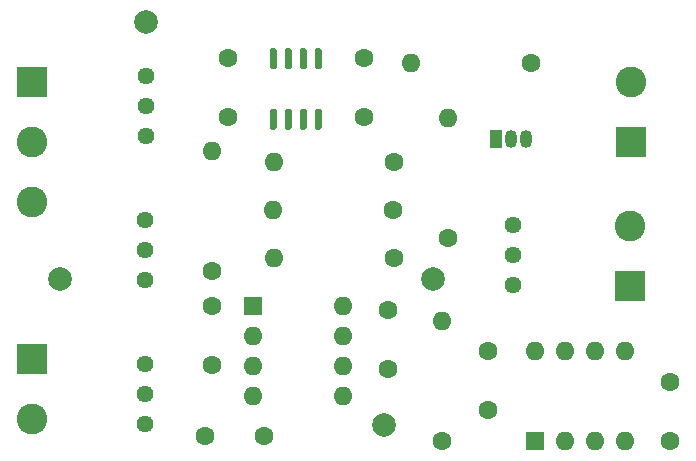
<source format=gbr>
%TF.GenerationSoftware,KiCad,Pcbnew,5.1.10-88a1d61d58~90~ubuntu20.04.1*%
%TF.CreationDate,2021-08-07T20:04:28-04:00*%
%TF.ProjectId,VoltageControlledPWM,566f6c74-6167-4654-936f-6e74726f6c6c,V1.0*%
%TF.SameCoordinates,Original*%
%TF.FileFunction,Soldermask,Top*%
%TF.FilePolarity,Negative*%
%FSLAX46Y46*%
G04 Gerber Fmt 4.6, Leading zero omitted, Abs format (unit mm)*
G04 Created by KiCad (PCBNEW 5.1.10-88a1d61d58~90~ubuntu20.04.1) date 2021-08-07 20:04:28*
%MOMM*%
%LPD*%
G01*
G04 APERTURE LIST*
%ADD10C,2.000000*%
%ADD11C,1.440000*%
%ADD12C,1.600000*%
%ADD13R,2.600000X2.600000*%
%ADD14C,2.600000*%
%ADD15O,1.050000X1.500000*%
%ADD16R,1.050000X1.500000*%
%ADD17O,1.600000X1.600000*%
%ADD18R,1.600000X1.600000*%
G04 APERTURE END LIST*
D10*
%TO.C,TP0*%
X101193600Y-103581200D03*
%TD*%
%TO.C,TP3*%
X132842000Y-103530400D03*
%TD*%
%TO.C,TP2*%
X128676400Y-115925600D03*
%TD*%
%TO.C,TP1*%
X108508800Y-81838800D03*
%TD*%
D11*
%TO.C,R11*%
X108458000Y-115874800D03*
X108458000Y-113334800D03*
X108458000Y-110794800D03*
%TD*%
%TO.C,R9*%
X139547600Y-104089200D03*
X139547600Y-101549200D03*
X139547600Y-99009200D03*
%TD*%
%TO.C,R3*%
X108458000Y-103632000D03*
X108458000Y-101092000D03*
X108458000Y-98552000D03*
%TD*%
%TO.C,R1*%
X108508800Y-91440000D03*
X108508800Y-88900000D03*
X108508800Y-86360000D03*
%TD*%
D12*
%TO.C,C1*%
X114096800Y-105867200D03*
X114096800Y-110867200D03*
%TD*%
%TO.C,C2*%
X115417600Y-84836000D03*
X115417600Y-89836000D03*
%TD*%
%TO.C,C4*%
X129032000Y-111222800D03*
X129032000Y-106222800D03*
%TD*%
%TO.C,C6*%
X137464800Y-109626400D03*
X137464800Y-114626400D03*
%TD*%
%TO.C,C3*%
X126949200Y-84865200D03*
X126949200Y-89865200D03*
%TD*%
%TO.C,C5*%
X113516400Y-116840000D03*
X118516400Y-116840000D03*
%TD*%
%TO.C,C7*%
X152908000Y-117246400D03*
X152908000Y-112246400D03*
%TD*%
D13*
%TO.C,J1*%
X98856800Y-86868000D03*
D14*
X98856800Y-91948000D03*
X98856800Y-97028000D03*
%TD*%
D13*
%TO.C,J2*%
X98856800Y-110337600D03*
D14*
X98856800Y-115417600D03*
%TD*%
%TO.C,J3*%
X149555200Y-86918800D03*
D13*
X149555200Y-91998800D03*
%TD*%
%TO.C,J4*%
X149453600Y-104140000D03*
D14*
X149453600Y-99060000D03*
%TD*%
D15*
%TO.C,Q1*%
X139446000Y-91744800D03*
X140716000Y-91744800D03*
D16*
X138176000Y-91744800D03*
%TD*%
D12*
%TO.C,R2*%
X114096800Y-102920800D03*
D17*
X114096800Y-92760800D03*
%TD*%
D12*
%TO.C,R4*%
X129489200Y-93675200D03*
D17*
X119329200Y-93675200D03*
%TD*%
%TO.C,R5*%
X134061200Y-89966800D03*
D12*
X134061200Y-100126800D03*
%TD*%
%TO.C,R6*%
X141122400Y-85293200D03*
D17*
X130962400Y-85293200D03*
%TD*%
D12*
%TO.C,R7*%
X133553200Y-117246400D03*
D17*
X133553200Y-107086400D03*
%TD*%
%TO.C,R8*%
X119278400Y-97739200D03*
D12*
X129438400Y-97739200D03*
%TD*%
D17*
%TO.C,R10*%
X119380000Y-101803200D03*
D12*
X129540000Y-101803200D03*
%TD*%
%TO.C,U1*%
G36*
G01*
X119453800Y-90927600D02*
X119153800Y-90927600D01*
G75*
G02*
X119003800Y-90777600I0J150000D01*
G01*
X119003800Y-89327600D01*
G75*
G02*
X119153800Y-89177600I150000J0D01*
G01*
X119453800Y-89177600D01*
G75*
G02*
X119603800Y-89327600I0J-150000D01*
G01*
X119603800Y-90777600D01*
G75*
G02*
X119453800Y-90927600I-150000J0D01*
G01*
G37*
G36*
G01*
X120723800Y-90927600D02*
X120423800Y-90927600D01*
G75*
G02*
X120273800Y-90777600I0J150000D01*
G01*
X120273800Y-89327600D01*
G75*
G02*
X120423800Y-89177600I150000J0D01*
G01*
X120723800Y-89177600D01*
G75*
G02*
X120873800Y-89327600I0J-150000D01*
G01*
X120873800Y-90777600D01*
G75*
G02*
X120723800Y-90927600I-150000J0D01*
G01*
G37*
G36*
G01*
X121993800Y-90927600D02*
X121693800Y-90927600D01*
G75*
G02*
X121543800Y-90777600I0J150000D01*
G01*
X121543800Y-89327600D01*
G75*
G02*
X121693800Y-89177600I150000J0D01*
G01*
X121993800Y-89177600D01*
G75*
G02*
X122143800Y-89327600I0J-150000D01*
G01*
X122143800Y-90777600D01*
G75*
G02*
X121993800Y-90927600I-150000J0D01*
G01*
G37*
G36*
G01*
X123263800Y-90927600D02*
X122963800Y-90927600D01*
G75*
G02*
X122813800Y-90777600I0J150000D01*
G01*
X122813800Y-89327600D01*
G75*
G02*
X122963800Y-89177600I150000J0D01*
G01*
X123263800Y-89177600D01*
G75*
G02*
X123413800Y-89327600I0J-150000D01*
G01*
X123413800Y-90777600D01*
G75*
G02*
X123263800Y-90927600I-150000J0D01*
G01*
G37*
G36*
G01*
X123263800Y-85777600D02*
X122963800Y-85777600D01*
G75*
G02*
X122813800Y-85627600I0J150000D01*
G01*
X122813800Y-84177600D01*
G75*
G02*
X122963800Y-84027600I150000J0D01*
G01*
X123263800Y-84027600D01*
G75*
G02*
X123413800Y-84177600I0J-150000D01*
G01*
X123413800Y-85627600D01*
G75*
G02*
X123263800Y-85777600I-150000J0D01*
G01*
G37*
G36*
G01*
X121993800Y-85777600D02*
X121693800Y-85777600D01*
G75*
G02*
X121543800Y-85627600I0J150000D01*
G01*
X121543800Y-84177600D01*
G75*
G02*
X121693800Y-84027600I150000J0D01*
G01*
X121993800Y-84027600D01*
G75*
G02*
X122143800Y-84177600I0J-150000D01*
G01*
X122143800Y-85627600D01*
G75*
G02*
X121993800Y-85777600I-150000J0D01*
G01*
G37*
G36*
G01*
X120723800Y-85777600D02*
X120423800Y-85777600D01*
G75*
G02*
X120273800Y-85627600I0J150000D01*
G01*
X120273800Y-84177600D01*
G75*
G02*
X120423800Y-84027600I150000J0D01*
G01*
X120723800Y-84027600D01*
G75*
G02*
X120873800Y-84177600I0J-150000D01*
G01*
X120873800Y-85627600D01*
G75*
G02*
X120723800Y-85777600I-150000J0D01*
G01*
G37*
G36*
G01*
X119453800Y-85777600D02*
X119153800Y-85777600D01*
G75*
G02*
X119003800Y-85627600I0J150000D01*
G01*
X119003800Y-84177600D01*
G75*
G02*
X119153800Y-84027600I150000J0D01*
G01*
X119453800Y-84027600D01*
G75*
G02*
X119603800Y-84177600I0J-150000D01*
G01*
X119603800Y-85627600D01*
G75*
G02*
X119453800Y-85777600I-150000J0D01*
G01*
G37*
%TD*%
D17*
%TO.C,U2*%
X125171200Y-105816400D03*
X117551200Y-113436400D03*
X125171200Y-108356400D03*
X117551200Y-110896400D03*
X125171200Y-110896400D03*
X117551200Y-108356400D03*
X125171200Y-113436400D03*
D18*
X117551200Y-105816400D03*
%TD*%
%TO.C,U3*%
X141478000Y-117246400D03*
D17*
X149098000Y-109626400D03*
X144018000Y-117246400D03*
X146558000Y-109626400D03*
X146558000Y-117246400D03*
X144018000Y-109626400D03*
X149098000Y-117246400D03*
X141478000Y-109626400D03*
%TD*%
M02*

</source>
